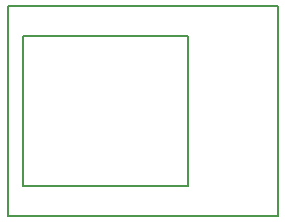
<source format=gbr>
G04 #@! TF.GenerationSoftware,KiCad,Pcbnew,(5.0.0)*
G04 #@! TF.CreationDate,2018-08-06T10:04:36+01:00*
G04 #@! TF.ProjectId,Sonoff_4ch_switch,536F6E6F66665F3463685F7377697463,rev?*
G04 #@! TF.SameCoordinates,Original*
G04 #@! TF.FileFunction,Legend,Bot*
G04 #@! TF.FilePolarity,Positive*
%FSLAX46Y46*%
G04 Gerber Fmt 4.6, Leading zero omitted, Abs format (unit mm)*
G04 Created by KiCad (PCBNEW (5.0.0)) date 08/06/18 10:04:36*
%MOMM*%
%LPD*%
G01*
G04 APERTURE LIST*
%ADD10C,0.150000*%
G04 APERTURE END LIST*
D10*
G04 #@! TO.C,U2*
X156464000Y-48006000D02*
X170434000Y-48006000D01*
X170434000Y-48006000D02*
X170434000Y-60706000D01*
X170434000Y-60706000D02*
X156464000Y-60706000D01*
X156464000Y-60706000D02*
X156464000Y-48006000D01*
X155194000Y-45466000D02*
X155194000Y-63246000D01*
X155194000Y-63246000D02*
X178054000Y-63246000D01*
X178054000Y-63246000D02*
X178054000Y-45466000D01*
X178054000Y-45466000D02*
X155194000Y-45466000D01*
G04 #@! TD*
M02*

</source>
